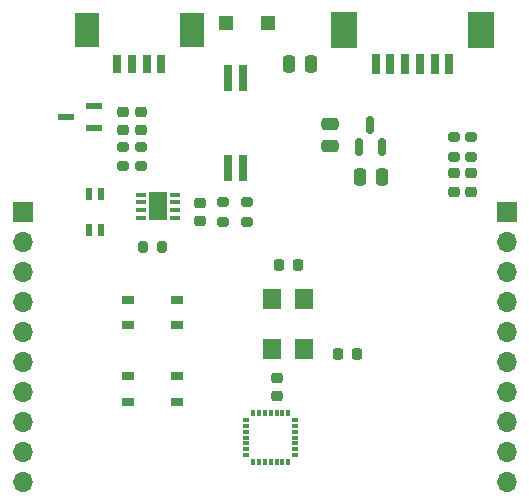
<source format=gts>
G04 #@! TF.GenerationSoftware,KiCad,Pcbnew,8.0.8*
G04 #@! TF.CreationDate,2025-06-14T11:12:35+09:00*
G04 #@! TF.ProjectId,stm32c0_fdcan_module,73746d33-3263-4305-9f66-6463616e5f6d,rev?*
G04 #@! TF.SameCoordinates,Original*
G04 #@! TF.FileFunction,Soldermask,Top*
G04 #@! TF.FilePolarity,Negative*
%FSLAX46Y46*%
G04 Gerber Fmt 4.6, Leading zero omitted, Abs format (unit mm)*
G04 Created by KiCad (PCBNEW 8.0.8) date 2025-06-14 11:12:35*
%MOMM*%
%LPD*%
G01*
G04 APERTURE LIST*
G04 Aperture macros list*
%AMRoundRect*
0 Rectangle with rounded corners*
0 $1 Rounding radius*
0 $2 $3 $4 $5 $6 $7 $8 $9 X,Y pos of 4 corners*
0 Add a 4 corners polygon primitive as box body*
4,1,4,$2,$3,$4,$5,$6,$7,$8,$9,$2,$3,0*
0 Add four circle primitives for the rounded corners*
1,1,$1+$1,$2,$3*
1,1,$1+$1,$4,$5*
1,1,$1+$1,$6,$7*
1,1,$1+$1,$8,$9*
0 Add four rect primitives between the rounded corners*
20,1,$1+$1,$2,$3,$4,$5,0*
20,1,$1+$1,$4,$5,$6,$7,0*
20,1,$1+$1,$6,$7,$8,$9,0*
20,1,$1+$1,$8,$9,$2,$3,0*%
G04 Aperture macros list end*
%ADD10RoundRect,0.200000X0.275000X-0.200000X0.275000X0.200000X-0.275000X0.200000X-0.275000X-0.200000X0*%
%ADD11R,0.850000X0.350000*%
%ADD12R,1.650000X2.450000*%
%ADD13R,1.050000X0.650000*%
%ADD14RoundRect,0.225000X0.250000X-0.225000X0.250000X0.225000X-0.250000X0.225000X-0.250000X-0.225000X0*%
%ADD15RoundRect,0.250000X0.250000X0.475000X-0.250000X0.475000X-0.250000X-0.475000X0.250000X-0.475000X0*%
%ADD16RoundRect,0.250000X-0.475000X0.250000X-0.475000X-0.250000X0.475000X-0.250000X0.475000X0.250000X0*%
%ADD17R,1.400000X0.600000*%
%ADD18RoundRect,0.200000X-0.275000X0.200000X-0.275000X-0.200000X0.275000X-0.200000X0.275000X0.200000X0*%
%ADD19RoundRect,0.200000X0.200000X0.275000X-0.200000X0.275000X-0.200000X-0.275000X0.200000X-0.275000X0*%
%ADD20R,0.760000X2.160000*%
%ADD21RoundRect,0.250000X-0.250000X-0.475000X0.250000X-0.475000X0.250000X0.475000X-0.250000X0.475000X0*%
%ADD22RoundRect,0.218750X-0.256250X0.218750X-0.256250X-0.218750X0.256250X-0.218750X0.256250X0.218750X0*%
%ADD23R,0.300000X0.600000*%
%ADD24R,0.600000X0.300000*%
%ADD25RoundRect,0.150000X0.150000X-0.587500X0.150000X0.587500X-0.150000X0.587500X-0.150000X-0.587500X0*%
%ADD26R,1.700000X1.700000*%
%ADD27O,1.700000X1.700000*%
%ADD28RoundRect,0.225000X-0.250000X0.225000X-0.250000X-0.225000X0.250000X-0.225000X0.250000X0.225000X0*%
%ADD29R,0.600000X1.050000*%
%ADD30RoundRect,0.225000X-0.225000X-0.250000X0.225000X-0.250000X0.225000X0.250000X-0.225000X0.250000X0*%
%ADD31R,0.800000X1.600000*%
%ADD32R,2.100000X3.000000*%
%ADD33R,0.800000X1.750000*%
%ADD34R,2.250000X3.150000*%
%ADD35R,1.150000X1.150000*%
%ADD36R,1.500000X1.800000*%
G04 APERTURE END LIST*
D10*
X140500000Y-82825000D03*
X140500000Y-81175000D03*
D11*
X116900000Y-88000000D03*
X116900000Y-87350000D03*
X116900000Y-86700000D03*
X116900000Y-86050000D03*
X114000000Y-86050000D03*
X114000000Y-86700000D03*
X114000000Y-87350000D03*
X114000000Y-88000000D03*
D12*
X115450000Y-87025000D03*
D13*
X117075000Y-103575000D03*
X112925000Y-103575000D03*
X117075000Y-101425000D03*
X112925000Y-101425000D03*
D14*
X125500000Y-103075000D03*
X125500000Y-101525000D03*
D15*
X134450000Y-84500000D03*
X132550000Y-84500000D03*
D16*
X130000000Y-80050000D03*
X130000000Y-81950000D03*
D17*
X110000000Y-80400000D03*
X110000000Y-78500000D03*
X107700000Y-79450000D03*
D18*
X114000000Y-82000000D03*
X114000000Y-83650000D03*
D13*
X117075000Y-97075000D03*
X112925000Y-97075000D03*
X117075000Y-94925000D03*
X112925000Y-94925000D03*
D18*
X123000000Y-86675000D03*
X123000000Y-88325000D03*
X121000000Y-86675000D03*
X121000000Y-88325000D03*
D19*
X115825000Y-90500000D03*
X114175000Y-90500000D03*
D20*
X121350000Y-83800000D03*
X122620000Y-83800000D03*
X122620000Y-76180000D03*
X121350000Y-76180000D03*
D14*
X112500000Y-80600000D03*
X112500000Y-79050000D03*
D21*
X126550000Y-75000000D03*
X128450000Y-75000000D03*
D14*
X114000000Y-80600000D03*
X114000000Y-79050000D03*
D22*
X142000000Y-84212500D03*
X142000000Y-85787500D03*
D23*
X126500000Y-104500000D03*
X126000000Y-104500000D03*
X125500000Y-104500000D03*
X125000000Y-104500000D03*
X124500000Y-104500000D03*
X124000000Y-104500000D03*
X123500000Y-104500000D03*
D24*
X122900000Y-105100000D03*
X122900000Y-105600000D03*
X122900000Y-106100000D03*
X122900000Y-106600000D03*
X122900000Y-107100000D03*
X122900000Y-107600000D03*
X122900000Y-108100000D03*
D23*
X123500000Y-108700000D03*
X124000000Y-108700000D03*
X124500000Y-108700000D03*
X125000000Y-108700000D03*
X125500000Y-108700000D03*
X126000000Y-108700000D03*
X126500000Y-108700000D03*
D24*
X127100000Y-108100000D03*
X127100000Y-107600000D03*
X127100000Y-107100000D03*
X127100000Y-106600000D03*
X127100000Y-106100000D03*
X127100000Y-105600000D03*
X127100000Y-105100000D03*
D25*
X132500000Y-82000000D03*
X134400000Y-82000000D03*
X133450000Y-80125000D03*
D26*
X145000000Y-87500000D03*
D27*
X145000000Y-90040000D03*
X145000000Y-92580000D03*
X145000000Y-95120000D03*
X145000000Y-97660000D03*
X145000000Y-100200000D03*
X145000000Y-102740000D03*
X145000000Y-105280000D03*
X145000000Y-107820000D03*
X145000000Y-110360000D03*
D28*
X119000000Y-86725000D03*
X119000000Y-88275000D03*
D29*
X110600000Y-89025000D03*
X110600000Y-85975000D03*
X109600000Y-85975000D03*
X109600000Y-89025000D03*
D30*
X125725000Y-92000000D03*
X127275000Y-92000000D03*
D31*
X115750000Y-75000000D03*
X114500000Y-75000000D03*
X113250000Y-75000000D03*
X112000000Y-75000000D03*
D32*
X109450000Y-72100000D03*
X118300000Y-72100000D03*
D33*
X140125000Y-75000000D03*
X138875000Y-75000000D03*
X137625000Y-75000000D03*
X136375000Y-75000000D03*
X135125000Y-75000000D03*
X133875000Y-75000000D03*
D34*
X142800000Y-72100000D03*
X131200000Y-72100000D03*
D22*
X140500000Y-84212500D03*
X140500000Y-85787500D03*
D10*
X142000000Y-82825000D03*
X142000000Y-81175000D03*
D30*
X130725000Y-99500000D03*
X132275000Y-99500000D03*
D26*
X104000000Y-87500000D03*
D27*
X104000000Y-90040000D03*
X104000000Y-92580000D03*
X104000000Y-95120000D03*
X104000000Y-97660000D03*
X104000000Y-100200000D03*
X104000000Y-102740000D03*
X104000000Y-105280000D03*
X104000000Y-107820000D03*
X104000000Y-110360000D03*
D35*
X124750000Y-71500000D03*
X121250000Y-71500000D03*
D18*
X112500000Y-82000000D03*
X112500000Y-83650000D03*
D36*
X127850000Y-99100000D03*
X127850000Y-94900000D03*
X125150000Y-94900000D03*
X125150000Y-99100000D03*
M02*

</source>
